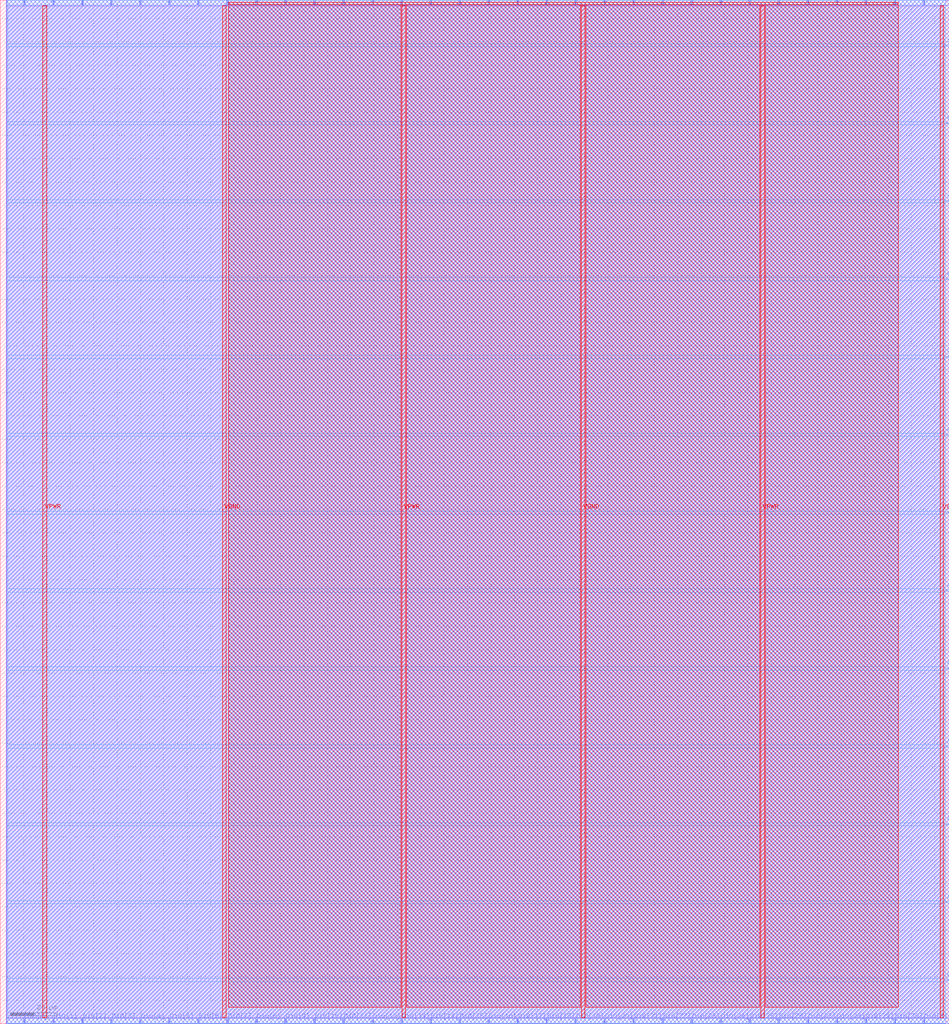
<source format=lef>
VERSION 5.7 ;
  NOWIREEXTENSIONATPIN ON ;
  DIVIDERCHAR "/" ;
  BUSBITCHARS "[]" ;
MACRO RAM128
  CLASS BLOCK ;
  FOREIGN RAM128 ;
  ORIGIN 0.000 0.000 ;
  SIZE 406.180 BY 437.920 ;
  PIN A0[0]
    DIRECTION INPUT ;
    USE SIGNAL ;
    PORT
      LAYER met3 ;
        RECT 404.180 51.720 406.180 52.320 ;
    END
  END A0[0]
  PIN A0[1]
    DIRECTION INPUT ;
    USE SIGNAL ;
    PORT
      LAYER met3 ;
        RECT 404.180 85.040 406.180 85.640 ;
    END
  END A0[1]
  PIN A0[2]
    DIRECTION INPUT ;
    USE SIGNAL ;
    PORT
      LAYER met3 ;
        RECT 404.180 118.360 406.180 118.960 ;
    END
  END A0[2]
  PIN A0[3]
    DIRECTION INPUT ;
    USE SIGNAL ;
    PORT
      LAYER met3 ;
        RECT 404.180 151.680 406.180 152.280 ;
    END
  END A0[3]
  PIN A0[4]
    DIRECTION INPUT ;
    USE SIGNAL ;
    PORT
      LAYER met3 ;
        RECT 404.180 185.000 406.180 185.600 ;
    END
  END A0[4]
  PIN A0[5]
    DIRECTION INPUT ;
    USE SIGNAL ;
    PORT
      LAYER met3 ;
        RECT 404.180 218.320 406.180 218.920 ;
    END
  END A0[5]
  PIN A0[6]
    DIRECTION INPUT ;
    USE SIGNAL ;
    PORT
      LAYER met3 ;
        RECT 404.180 251.640 406.180 252.240 ;
    END
  END A0[6]
  PIN CLK
    DIRECTION INPUT ;
    USE SIGNAL ;
    PORT
      LAYER met3 ;
        RECT 404.180 284.960 406.180 285.560 ;
    END
  END CLK
  PIN Di0[0]
    DIRECTION INPUT ;
    USE SIGNAL ;
    PORT
      LAYER met2 ;
        RECT 10.210 0.000 10.490 2.000 ;
    END
  END Di0[0]
  PIN Di0[10]
    DIRECTION INPUT ;
    USE SIGNAL ;
    PORT
      LAYER met2 ;
        RECT 134.410 0.000 134.690 2.000 ;
    END
  END Di0[10]
  PIN Di0[11]
    DIRECTION INPUT ;
    USE SIGNAL ;
    PORT
      LAYER met2 ;
        RECT 146.830 0.000 147.110 2.000 ;
    END
  END Di0[11]
  PIN Di0[12]
    DIRECTION INPUT ;
    USE SIGNAL ;
    PORT
      LAYER met2 ;
        RECT 159.250 0.000 159.530 2.000 ;
    END
  END Di0[12]
  PIN Di0[13]
    DIRECTION INPUT ;
    USE SIGNAL ;
    PORT
      LAYER met2 ;
        RECT 171.670 0.000 171.950 2.000 ;
    END
  END Di0[13]
  PIN Di0[14]
    DIRECTION INPUT ;
    USE SIGNAL ;
    PORT
      LAYER met2 ;
        RECT 184.090 0.000 184.370 2.000 ;
    END
  END Di0[14]
  PIN Di0[15]
    DIRECTION INPUT ;
    USE SIGNAL ;
    PORT
      LAYER met2 ;
        RECT 196.510 0.000 196.790 2.000 ;
    END
  END Di0[15]
  PIN Di0[16]
    DIRECTION INPUT ;
    USE SIGNAL ;
    PORT
      LAYER met2 ;
        RECT 208.930 0.000 209.210 2.000 ;
    END
  END Di0[16]
  PIN Di0[17]
    DIRECTION INPUT ;
    USE SIGNAL ;
    PORT
      LAYER met2 ;
        RECT 221.350 0.000 221.630 2.000 ;
    END
  END Di0[17]
  PIN Di0[18]
    DIRECTION INPUT ;
    USE SIGNAL ;
    PORT
      LAYER met2 ;
        RECT 233.770 0.000 234.050 2.000 ;
    END
  END Di0[18]
  PIN Di0[19]
    DIRECTION INPUT ;
    USE SIGNAL ;
    PORT
      LAYER met2 ;
        RECT 246.190 0.000 246.470 2.000 ;
    END
  END Di0[19]
  PIN Di0[1]
    DIRECTION INPUT ;
    USE SIGNAL ;
    PORT
      LAYER met2 ;
        RECT 22.630 0.000 22.910 2.000 ;
    END
  END Di0[1]
  PIN Di0[20]
    DIRECTION INPUT ;
    USE SIGNAL ;
    PORT
      LAYER met2 ;
        RECT 258.610 0.000 258.890 2.000 ;
    END
  END Di0[20]
  PIN Di0[21]
    DIRECTION INPUT ;
    USE SIGNAL ;
    PORT
      LAYER met2 ;
        RECT 271.030 0.000 271.310 2.000 ;
    END
  END Di0[21]
  PIN Di0[22]
    DIRECTION INPUT ;
    USE SIGNAL ;
    PORT
      LAYER met2 ;
        RECT 283.450 0.000 283.730 2.000 ;
    END
  END Di0[22]
  PIN Di0[23]
    DIRECTION INPUT ;
    USE SIGNAL ;
    PORT
      LAYER met2 ;
        RECT 295.870 0.000 296.150 2.000 ;
    END
  END Di0[23]
  PIN Di0[24]
    DIRECTION INPUT ;
    USE SIGNAL ;
    PORT
      LAYER met2 ;
        RECT 308.290 0.000 308.570 2.000 ;
    END
  END Di0[24]
  PIN Di0[25]
    DIRECTION INPUT ;
    USE SIGNAL ;
    PORT
      LAYER met2 ;
        RECT 320.710 0.000 320.990 2.000 ;
    END
  END Di0[25]
  PIN Di0[26]
    DIRECTION INPUT ;
    USE SIGNAL ;
    PORT
      LAYER met2 ;
        RECT 333.130 0.000 333.410 2.000 ;
    END
  END Di0[26]
  PIN Di0[27]
    DIRECTION INPUT ;
    USE SIGNAL ;
    PORT
      LAYER met2 ;
        RECT 345.550 0.000 345.830 2.000 ;
    END
  END Di0[27]
  PIN Di0[28]
    DIRECTION INPUT ;
    USE SIGNAL ;
    PORT
      LAYER met2 ;
        RECT 357.970 0.000 358.250 2.000 ;
    END
  END Di0[28]
  PIN Di0[29]
    DIRECTION INPUT ;
    USE SIGNAL ;
    PORT
      LAYER met2 ;
        RECT 370.390 0.000 370.670 2.000 ;
    END
  END Di0[29]
  PIN Di0[2]
    DIRECTION INPUT ;
    USE SIGNAL ;
    PORT
      LAYER met2 ;
        RECT 35.050 0.000 35.330 2.000 ;
    END
  END Di0[2]
  PIN Di0[30]
    DIRECTION INPUT ;
    USE SIGNAL ;
    PORT
      LAYER met2 ;
        RECT 382.810 0.000 383.090 2.000 ;
    END
  END Di0[30]
  PIN Di0[31]
    DIRECTION INPUT ;
    USE SIGNAL ;
    PORT
      LAYER met2 ;
        RECT 395.230 0.000 395.510 2.000 ;
    END
  END Di0[31]
  PIN Di0[3]
    DIRECTION INPUT ;
    USE SIGNAL ;
    PORT
      LAYER met2 ;
        RECT 47.470 0.000 47.750 2.000 ;
    END
  END Di0[3]
  PIN Di0[4]
    DIRECTION INPUT ;
    USE SIGNAL ;
    PORT
      LAYER met2 ;
        RECT 59.890 0.000 60.170 2.000 ;
    END
  END Di0[4]
  PIN Di0[5]
    DIRECTION INPUT ;
    USE SIGNAL ;
    PORT
      LAYER met2 ;
        RECT 72.310 0.000 72.590 2.000 ;
    END
  END Di0[5]
  PIN Di0[6]
    DIRECTION INPUT ;
    USE SIGNAL ;
    PORT
      LAYER met2 ;
        RECT 84.730 0.000 85.010 2.000 ;
    END
  END Di0[6]
  PIN Di0[7]
    DIRECTION INPUT ;
    USE SIGNAL ;
    PORT
      LAYER met2 ;
        RECT 97.150 0.000 97.430 2.000 ;
    END
  END Di0[7]
  PIN Di0[8]
    DIRECTION INPUT ;
    USE SIGNAL ;
    PORT
      LAYER met2 ;
        RECT 109.570 0.000 109.850 2.000 ;
    END
  END Di0[8]
  PIN Di0[9]
    DIRECTION INPUT ;
    USE SIGNAL ;
    PORT
      LAYER met2 ;
        RECT 121.990 0.000 122.270 2.000 ;
    END
  END Di0[9]
  PIN Do0[0]
    DIRECTION OUTPUT TRISTATE ;
    USE SIGNAL ;
    PORT
      LAYER met2 ;
        RECT 10.210 435.920 10.490 437.920 ;
    END
  END Do0[0]
  PIN Do0[10]
    DIRECTION OUTPUT TRISTATE ;
    USE SIGNAL ;
    PORT
      LAYER met2 ;
        RECT 134.410 435.920 134.690 437.920 ;
    END
  END Do0[10]
  PIN Do0[11]
    DIRECTION OUTPUT TRISTATE ;
    USE SIGNAL ;
    PORT
      LAYER met2 ;
        RECT 146.830 435.920 147.110 437.920 ;
    END
  END Do0[11]
  PIN Do0[12]
    DIRECTION OUTPUT TRISTATE ;
    USE SIGNAL ;
    PORT
      LAYER met2 ;
        RECT 159.250 435.920 159.530 437.920 ;
    END
  END Do0[12]
  PIN Do0[13]
    DIRECTION OUTPUT TRISTATE ;
    USE SIGNAL ;
    PORT
      LAYER met2 ;
        RECT 171.670 435.920 171.950 437.920 ;
    END
  END Do0[13]
  PIN Do0[14]
    DIRECTION OUTPUT TRISTATE ;
    USE SIGNAL ;
    PORT
      LAYER met2 ;
        RECT 184.090 435.920 184.370 437.920 ;
    END
  END Do0[14]
  PIN Do0[15]
    DIRECTION OUTPUT TRISTATE ;
    USE SIGNAL ;
    PORT
      LAYER met2 ;
        RECT 196.510 435.920 196.790 437.920 ;
    END
  END Do0[15]
  PIN Do0[16]
    DIRECTION OUTPUT TRISTATE ;
    USE SIGNAL ;
    PORT
      LAYER met2 ;
        RECT 208.930 435.920 209.210 437.920 ;
    END
  END Do0[16]
  PIN Do0[17]
    DIRECTION OUTPUT TRISTATE ;
    USE SIGNAL ;
    PORT
      LAYER met2 ;
        RECT 221.350 435.920 221.630 437.920 ;
    END
  END Do0[17]
  PIN Do0[18]
    DIRECTION OUTPUT TRISTATE ;
    USE SIGNAL ;
    PORT
      LAYER met2 ;
        RECT 233.770 435.920 234.050 437.920 ;
    END
  END Do0[18]
  PIN Do0[19]
    DIRECTION OUTPUT TRISTATE ;
    USE SIGNAL ;
    PORT
      LAYER met2 ;
        RECT 246.190 435.920 246.470 437.920 ;
    END
  END Do0[19]
  PIN Do0[1]
    DIRECTION OUTPUT TRISTATE ;
    USE SIGNAL ;
    PORT
      LAYER met2 ;
        RECT 22.630 435.920 22.910 437.920 ;
    END
  END Do0[1]
  PIN Do0[20]
    DIRECTION OUTPUT TRISTATE ;
    USE SIGNAL ;
    PORT
      LAYER met2 ;
        RECT 258.610 435.920 258.890 437.920 ;
    END
  END Do0[20]
  PIN Do0[21]
    DIRECTION OUTPUT TRISTATE ;
    USE SIGNAL ;
    PORT
      LAYER met2 ;
        RECT 271.030 435.920 271.310 437.920 ;
    END
  END Do0[21]
  PIN Do0[22]
    DIRECTION OUTPUT TRISTATE ;
    USE SIGNAL ;
    PORT
      LAYER met2 ;
        RECT 283.450 435.920 283.730 437.920 ;
    END
  END Do0[22]
  PIN Do0[23]
    DIRECTION OUTPUT TRISTATE ;
    USE SIGNAL ;
    PORT
      LAYER met2 ;
        RECT 295.870 435.920 296.150 437.920 ;
    END
  END Do0[23]
  PIN Do0[24]
    DIRECTION OUTPUT TRISTATE ;
    USE SIGNAL ;
    PORT
      LAYER met2 ;
        RECT 308.290 435.920 308.570 437.920 ;
    END
  END Do0[24]
  PIN Do0[25]
    DIRECTION OUTPUT TRISTATE ;
    USE SIGNAL ;
    PORT
      LAYER met2 ;
        RECT 320.710 435.920 320.990 437.920 ;
    END
  END Do0[25]
  PIN Do0[26]
    DIRECTION OUTPUT TRISTATE ;
    USE SIGNAL ;
    PORT
      LAYER met2 ;
        RECT 333.130 435.920 333.410 437.920 ;
    END
  END Do0[26]
  PIN Do0[27]
    DIRECTION OUTPUT TRISTATE ;
    USE SIGNAL ;
    PORT
      LAYER met2 ;
        RECT 345.550 435.920 345.830 437.920 ;
    END
  END Do0[27]
  PIN Do0[28]
    DIRECTION OUTPUT TRISTATE ;
    USE SIGNAL ;
    PORT
      LAYER met2 ;
        RECT 357.970 435.920 358.250 437.920 ;
    END
  END Do0[28]
  PIN Do0[29]
    DIRECTION OUTPUT TRISTATE ;
    USE SIGNAL ;
    PORT
      LAYER met2 ;
        RECT 370.390 435.920 370.670 437.920 ;
    END
  END Do0[29]
  PIN Do0[2]
    DIRECTION OUTPUT TRISTATE ;
    USE SIGNAL ;
    PORT
      LAYER met2 ;
        RECT 35.050 435.920 35.330 437.920 ;
    END
  END Do0[2]
  PIN Do0[30]
    DIRECTION OUTPUT TRISTATE ;
    USE SIGNAL ;
    PORT
      LAYER met2 ;
        RECT 382.810 435.920 383.090 437.920 ;
    END
  END Do0[30]
  PIN Do0[31]
    DIRECTION OUTPUT TRISTATE ;
    USE SIGNAL ;
    PORT
      LAYER met2 ;
        RECT 395.230 435.920 395.510 437.920 ;
    END
  END Do0[31]
  PIN Do0[3]
    DIRECTION OUTPUT TRISTATE ;
    USE SIGNAL ;
    PORT
      LAYER met2 ;
        RECT 47.470 435.920 47.750 437.920 ;
    END
  END Do0[3]
  PIN Do0[4]
    DIRECTION OUTPUT TRISTATE ;
    USE SIGNAL ;
    PORT
      LAYER met2 ;
        RECT 59.890 435.920 60.170 437.920 ;
    END
  END Do0[4]
  PIN Do0[5]
    DIRECTION OUTPUT TRISTATE ;
    USE SIGNAL ;
    PORT
      LAYER met2 ;
        RECT 72.310 435.920 72.590 437.920 ;
    END
  END Do0[5]
  PIN Do0[6]
    DIRECTION OUTPUT TRISTATE ;
    USE SIGNAL ;
    PORT
      LAYER met2 ;
        RECT 84.730 435.920 85.010 437.920 ;
    END
  END Do0[6]
  PIN Do0[7]
    DIRECTION OUTPUT TRISTATE ;
    USE SIGNAL ;
    PORT
      LAYER met2 ;
        RECT 97.150 435.920 97.430 437.920 ;
    END
  END Do0[7]
  PIN Do0[8]
    DIRECTION OUTPUT TRISTATE ;
    USE SIGNAL ;
    PORT
      LAYER met2 ;
        RECT 109.570 435.920 109.850 437.920 ;
    END
  END Do0[8]
  PIN Do0[9]
    DIRECTION OUTPUT TRISTATE ;
    USE SIGNAL ;
    PORT
      LAYER met2 ;
        RECT 121.990 435.920 122.270 437.920 ;
    END
  END Do0[9]
  PIN EN0
    DIRECTION INPUT ;
    USE SIGNAL ;
    PORT
      LAYER met3 ;
        RECT 404.180 18.400 406.180 19.000 ;
    END
  END EN0
  PIN VGND
    DIRECTION INOUT ;
    USE GROUND ;
    PORT
      LAYER met4 ;
        RECT 95.080 2.480 96.680 435.440 ;
    END
    PORT
      LAYER met4 ;
        RECT 248.680 2.480 250.280 435.440 ;
    END
    PORT
      LAYER met4 ;
        RECT 402.280 2.480 403.880 435.440 ;
    END
  END VGND
  PIN VPWR
    DIRECTION INOUT ;
    USE POWER ;
    PORT
      LAYER met4 ;
        RECT 18.280 2.480 19.880 435.440 ;
    END
    PORT
      LAYER met4 ;
        RECT 171.880 2.480 173.480 435.440 ;
    END
    PORT
      LAYER met4 ;
        RECT 325.480 2.480 327.080 435.440 ;
    END
  END VPWR
  PIN WE0[0]
    DIRECTION INPUT ;
    USE SIGNAL ;
    PORT
      LAYER met3 ;
        RECT 404.180 318.280 406.180 318.880 ;
    END
  END WE0[0]
  PIN WE0[1]
    DIRECTION INPUT ;
    USE SIGNAL ;
    PORT
      LAYER met3 ;
        RECT 404.180 351.600 406.180 352.200 ;
    END
  END WE0[1]
  PIN WE0[2]
    DIRECTION INPUT ;
    USE SIGNAL ;
    PORT
      LAYER met3 ;
        RECT 404.180 384.920 406.180 385.520 ;
    END
  END WE0[2]
  PIN WE0[3]
    DIRECTION INPUT ;
    USE SIGNAL ;
    PORT
      LAYER met3 ;
        RECT 404.180 418.240 406.180 418.840 ;
    END
  END WE0[3]
  OBS
      LAYER li1 ;
        RECT 2.760 2.635 403.420 435.285 ;
      LAYER met1 ;
        RECT 2.460 0.040 406.110 437.880 ;
      LAYER met2 ;
        RECT 2.860 435.640 9.930 437.910 ;
        RECT 10.770 435.640 22.350 437.910 ;
        RECT 23.190 435.640 34.770 437.910 ;
        RECT 35.610 435.640 47.190 437.910 ;
        RECT 48.030 435.640 59.610 437.910 ;
        RECT 60.450 435.640 72.030 437.910 ;
        RECT 72.870 435.640 84.450 437.910 ;
        RECT 85.290 435.640 96.870 437.910 ;
        RECT 97.710 435.640 109.290 437.910 ;
        RECT 110.130 435.640 121.710 437.910 ;
        RECT 122.550 435.640 134.130 437.910 ;
        RECT 134.970 435.640 146.550 437.910 ;
        RECT 147.390 435.640 158.970 437.910 ;
        RECT 159.810 435.640 171.390 437.910 ;
        RECT 172.230 435.640 183.810 437.910 ;
        RECT 184.650 435.640 196.230 437.910 ;
        RECT 197.070 435.640 208.650 437.910 ;
        RECT 209.490 435.640 221.070 437.910 ;
        RECT 221.910 435.640 233.490 437.910 ;
        RECT 234.330 435.640 245.910 437.910 ;
        RECT 246.750 435.640 258.330 437.910 ;
        RECT 259.170 435.640 270.750 437.910 ;
        RECT 271.590 435.640 283.170 437.910 ;
        RECT 284.010 435.640 295.590 437.910 ;
        RECT 296.430 435.640 308.010 437.910 ;
        RECT 308.850 435.640 320.430 437.910 ;
        RECT 321.270 435.640 332.850 437.910 ;
        RECT 333.690 435.640 345.270 437.910 ;
        RECT 346.110 435.640 357.690 437.910 ;
        RECT 358.530 435.640 370.110 437.910 ;
        RECT 370.950 435.640 382.530 437.910 ;
        RECT 383.370 435.640 394.950 437.910 ;
        RECT 395.790 435.640 406.080 437.910 ;
        RECT 2.860 2.280 406.080 435.640 ;
        RECT 2.860 0.010 9.930 2.280 ;
        RECT 10.770 0.010 22.350 2.280 ;
        RECT 23.190 0.010 34.770 2.280 ;
        RECT 35.610 0.010 47.190 2.280 ;
        RECT 48.030 0.010 59.610 2.280 ;
        RECT 60.450 0.010 72.030 2.280 ;
        RECT 72.870 0.010 84.450 2.280 ;
        RECT 85.290 0.010 96.870 2.280 ;
        RECT 97.710 0.010 109.290 2.280 ;
        RECT 110.130 0.010 121.710 2.280 ;
        RECT 122.550 0.010 134.130 2.280 ;
        RECT 134.970 0.010 146.550 2.280 ;
        RECT 147.390 0.010 158.970 2.280 ;
        RECT 159.810 0.010 171.390 2.280 ;
        RECT 172.230 0.010 183.810 2.280 ;
        RECT 184.650 0.010 196.230 2.280 ;
        RECT 197.070 0.010 208.650 2.280 ;
        RECT 209.490 0.010 221.070 2.280 ;
        RECT 221.910 0.010 233.490 2.280 ;
        RECT 234.330 0.010 245.910 2.280 ;
        RECT 246.750 0.010 258.330 2.280 ;
        RECT 259.170 0.010 270.750 2.280 ;
        RECT 271.590 0.010 283.170 2.280 ;
        RECT 284.010 0.010 295.590 2.280 ;
        RECT 296.430 0.010 308.010 2.280 ;
        RECT 308.850 0.010 320.430 2.280 ;
        RECT 321.270 0.010 332.850 2.280 ;
        RECT 333.690 0.010 345.270 2.280 ;
        RECT 346.110 0.010 357.690 2.280 ;
        RECT 358.530 0.010 370.110 2.280 ;
        RECT 370.950 0.010 382.530 2.280 ;
        RECT 383.370 0.010 394.950 2.280 ;
        RECT 395.790 0.010 406.080 2.280 ;
      LAYER met3 ;
        RECT 3.285 419.240 404.490 437.745 ;
        RECT 3.285 417.840 403.780 419.240 ;
        RECT 3.285 385.920 404.490 417.840 ;
        RECT 3.285 384.520 403.780 385.920 ;
        RECT 3.285 352.600 404.490 384.520 ;
        RECT 3.285 351.200 403.780 352.600 ;
        RECT 3.285 319.280 404.490 351.200 ;
        RECT 3.285 317.880 403.780 319.280 ;
        RECT 3.285 285.960 404.490 317.880 ;
        RECT 3.285 284.560 403.780 285.960 ;
        RECT 3.285 252.640 404.490 284.560 ;
        RECT 3.285 251.240 403.780 252.640 ;
        RECT 3.285 219.320 404.490 251.240 ;
        RECT 3.285 217.920 403.780 219.320 ;
        RECT 3.285 186.000 404.490 217.920 ;
        RECT 3.285 184.600 403.780 186.000 ;
        RECT 3.285 152.680 404.490 184.600 ;
        RECT 3.285 151.280 403.780 152.680 ;
        RECT 3.285 119.360 404.490 151.280 ;
        RECT 3.285 117.960 403.780 119.360 ;
        RECT 3.285 86.040 404.490 117.960 ;
        RECT 3.285 84.640 403.780 86.040 ;
        RECT 3.285 52.720 404.490 84.640 ;
        RECT 3.285 51.320 403.780 52.720 ;
        RECT 3.285 19.400 404.490 51.320 ;
        RECT 3.285 18.000 403.780 19.400 ;
        RECT 3.285 0.175 404.490 18.000 ;
      LAYER met4 ;
        RECT 97.815 435.840 384.265 437.065 ;
        RECT 97.815 6.975 171.480 435.840 ;
        RECT 173.880 6.975 248.280 435.840 ;
        RECT 250.680 6.975 325.080 435.840 ;
        RECT 327.480 6.975 384.265 435.840 ;
  END
END RAM128
END LIBRARY


</source>
